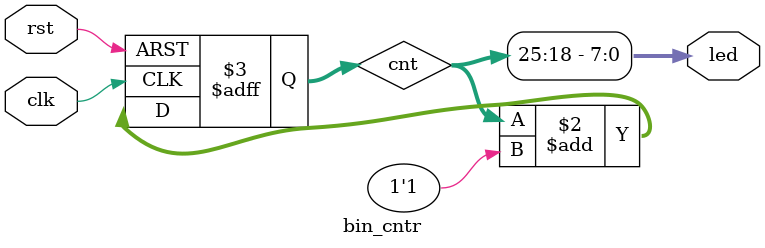
<source format=sv>
module bin_cntr 
#(
    parameter  CLK_mhz = 50,
               LED     =  8
) 
(
    input clk,
    input rst,
    output logic [LED -1:0] led

);

    localparam CNT = $clog2 (CLK_mhz * 1000 *1000);
    logic [CNT-1:0] cnt;

    always_ff @(posedge clk or posedge rst) 
    begin
    if(rst)
      cnt = '0;
    else 
      cnt = cnt + 1'b1;   
    end

    assign led = cnt[$left(cnt)-:LED];
    
endmodule
</source>
